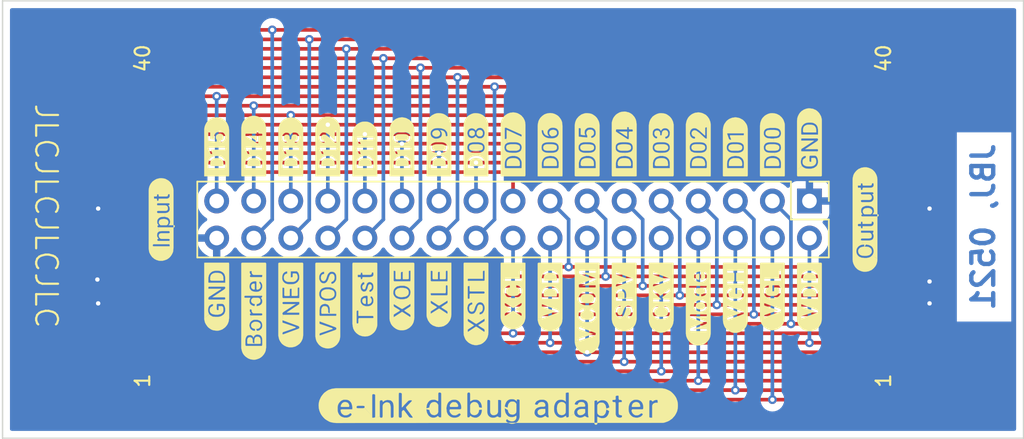
<source format=kicad_pcb>
(kicad_pcb (version 20210228) (generator pcbnew)
  (layers (0 "F.Cu" signal) (31 "B.Cu" signal) (34 "B.Paste" user) (35 "F.Paste" user) (36 "B.SilkS" user "B.Silkscreen") (37 "F.SilkS" user "F.Silkscreen") (38 "B.Mask" user) (39 "F.Mask" user) (44 "Edge.Cuts" user))
  (net 0 "")
  (net 1 "/Border")
  (net 3 "/VNEG")
  (net 5 "/VPOS")
  (net 7 "/Test")
  (net 8 "/XOE")
  (net 9 "/XLE")
  (net 10 "/XSTL")
  (net 11 "/SDDO15")
  (net 12 "/SDDO14")
  (net 13 "/SDDO13")
  (net 14 "/SDDO12")
  (net 15 "/SDDO11")
  (net 16 "/SDDO10")
  (net 17 "/SDDO9")
  (net 18 "/SDDO8")
  (net 19 "GND")
  (net 20 "/SDDO7")
  (net 21 "/SDDO6")
  (net 22 "/SDDO5")
  (net 23 "/SDDO4")
  (net 24 "/SDDO3")
  (net 25 "/SDDO2")
  (net 26 "/SDDO1")
  (net 27 "/SDDO0")
  (net 28 "/XCL")
  (net 29 "/VDD")
  (net 30 "/VCOM")
  (net 31 "/SPV")
  (net 32 "/CKV")
  (net 34 "/Mode")
  (net 36 "/VGH")
  (net 41 "/VGL")
  (footprint "buzzardLabel" (layer "F.Cu") (at 135.825 142 90)
    (fp_text reference "" (at 0 0 90) (layer "F.SilkS") (effects (font (size 1.27 1.27))))
    (fp_text value "" (at 0 0 90) (layer "F.SilkS") (effects (font (size 1.27 1.27))))
  )
  (footprint "buzzardLabel" (layer "F.Cu") (at 119.315 139.46 90)
    (fp_text reference "" (at 0 0 90) (layer "F.SilkS") (effects (font (size 1.27 1.27))))
    (fp_text value "" (at 0 0 90) (layer "F.SilkS") (effects (font (size 1.27 1.27))))
  )
  (footprint "buzzardLabel" (layer "F.Cu") (at 114.235 139.46 90)
    (fp_text reference "" (at 0 0 90) (layer "F.SilkS") (effects (font (size 1.27 1.27))))
    (fp_text value "" (at 0 0 90) (layer "F.SilkS") (effects (font (size 1.27 1.27))))
  )
  (footprint "buzzardLabel" (layer "F.Cu") (at 101.535 144.54 90)
    (fp_text reference "" (at 0 0 90) (layer "F.SilkS") (effects (font (size 1.27 1.27))))
    (fp_text value "" (at 0 0 90) (layer "F.SilkS") (effects (font (size 1.27 1.27))))
  )
  (footprint "buzzardLabel" (layer "F.Cu") (at 129.475 144.54 90)
    (fp_text reference "" (at 0 0 90) (layer "F.SilkS") (effects (font (size 1.27 1.27))))
    (fp_text value "" (at 0 0 90) (layer "F.SilkS") (effects (font (size 1.27 1.27))))
  )
  (footprint "buzzardLabel" (layer "F.Cu") (at 129.475 139.46 90)
    (fp_text reference "" (at 0 0 90) (layer "F.SilkS") (effects (font (size 1.27 1.27))))
    (fp_text value "" (at 0 0 90) (layer "F.SilkS") (effects (font (size 1.27 1.27))))
  )
  (footprint "buzzardLabel" (layer "F.Cu") (at 98.995 144.54 90)
    (fp_text reference "" (at 0 0 90) (layer "F.SilkS") (effects (font (size 1.27 1.27))))
    (fp_text value "" (at 0 0 90) (layer "F.SilkS") (effects (font (size 1.27 1.27))))
  )
  (footprint "buzzardLabel" (layer "F.Cu") (at 126.935 139.46 90)
    (fp_text reference "" (at 0 0 90) (layer "F.SilkS") (effects (font (size 1.27 1.27))))
    (fp_text value "" (at 0 0 90) (layer "F.SilkS") (effects (font (size 1.27 1.27))))
  )
  (footprint "buzzardLabel" (layer "F.Cu") (at 110.685 154.76)
    (fp_text reference "" (at 0 0) (layer "F.SilkS") (effects (font (size 1.27 1.27))))
    (fp_text value "" (at 0 0) (layer "F.SilkS") (effects (font (size 1.27 1.27))))
  )
  (footprint "buzzardLabel" (layer "F.Cu") (at 111.695 144.54 90)
    (fp_text reference "" (at 0 0 90) (layer "F.SilkS") (effects (font (size 1.27 1.27))))
    (fp_text value "" (at 0 0 90) (layer "F.SilkS") (effects (font (size 1.27 1.27))))
  )
  (footprint "buzzardLabel" (layer "F.Cu") (at 124.395 144.54 90)
    (fp_text reference "" (at 0 0 90) (layer "F.SilkS") (effects (font (size 1.27 1.27))))
    (fp_text value "" (at 0 0 90) (layer "F.SilkS") (effects (font (size 1.27 1.27))))
  )
  (footprint "buzzardLabel" (layer "F.Cu") (at 93.915 144.54 90)
    (fp_text reference "" (at 0 0 90) (layer "F.SilkS") (effects (font (size 1.27 1.27))))
    (fp_text value "" (at 0 0 90) (layer "F.SilkS") (effects (font (size 1.27 1.27))))
  )
  (footprint "buzzardLabel" (layer "F.Cu") (at 109.155 144.54 90)
    (fp_text reference "" (at 0 0 90) (layer "F.SilkS") (effects (font (size 1.27 1.27))))
    (fp_text value "" (at 0 0 90) (layer "F.SilkS") (effects (font (size 1.27 1.27))))
  )
  (footprint "jbj-conn:AMPHENOL-F31L-1A7H1-11040" (layer "F.Cu") (at 139.015 142 90)
    (fp_text reference "J2" hide)
    (fp_text value "Conn_01x40")
    (pad "1" smd roundrect (at -9.75 0 90) (size 0.3 1.3) (layers "F.Cu" "F.Paste" "F.Mask") (roundrect_rratio 0.066) (net 41 "/VGL"))
    (pad "2" smd roundrect (at -9.25 0 90) (size 0.3 1.3) (layers "F.Cu" "F.Paste" "F.Mask") (roundrect_rratio 0.066))
    (pad "3" smd roundrect (at -8.75 0 90) (size 0.3 1.3) (layers "F.Cu" "F.Paste" "F.Mask") (roundrect_rratio 0.066) (net 36 "/VGH"))
    (pad "4" smd roundrect (at -8.25 0 90) (size 0.3 1.3) (layers "F.Cu" "F.Paste" "F.Mask") (roundrect_rratio 0.066))
    (pad "5" smd roundrect (at -7.75 0 90) (size 0.3 1.3) (layers "F.Cu" "F.Paste" "F.Mask") (roundrect_rratio 0.066) (net 29 "/VDD"))
    (pad "6" smd roundrect (at -7.25 0 90) (size 0.3 1.3) (layers "F.Cu" "F.Paste" "F.Mask") (roundrect_rratio 0.066) (net 34 "/Mode"))
    (pad "7" smd roundrect (at -6.75 0 90) (size 0.3 1.3) (layers "F.Cu" "F.Paste" "F.Mask") (roundrect_rratio 0.066) (net 32 "/CKV"))
    (pad "8" smd roundrect (at -6.25 0 90) (size 0.3 1.3) (layers "F.Cu" "F.Paste" "F.Mask") (roundrect_rratio 0.066) (net 31 "/SPV"))
    (pad "9" smd roundrect (at -5.75 0 90) (size 0.3 1.3) (layers "F.Cu" "F.Paste" "F.Mask") (roundrect_rratio 0.066) (net 19 "GND"))
    (pad "10" smd roundrect (at -5.25 0 90) (size 0.3 1.3) (layers "F.Cu" "F.Paste" "F.Mask") (roundrect_rratio 0.066) (net 30 "/VCOM"))
    (pad "11" smd roundrect (at -4.75 0 90) (size 0.3 1.3) (layers "F.Cu" "F.Paste" "F.Mask") (roundrect_rratio 0.066) (net 29 "/VDD"))
    (pad "12" smd roundrect (at -4.25 0 90) (size 0.3 1.3) (layers "F.Cu" "F.Paste" "F.Mask") (roundrect_rratio 0.066) (net 19 "GND"))
    (pad "13" smd roundrect (at -3.75 0 90) (size 0.3 1.3) (layers "F.Cu" "F.Paste" "F.Mask") (roundrect_rratio 0.066) (net 28 "/XCL"))
    (pad "14" smd roundrect (at -3.25 0 90) (size 0.3 1.3) (layers "F.Cu" "F.Paste" "F.Mask") (roundrect_rratio 0.066) (net 27 "/SDDO0"))
    (pad "15" smd roundrect (at -2.75 0 90) (size 0.3 1.3) (layers "F.Cu" "F.Paste" "F.Mask") (roundrect_rratio 0.066) (net 26 "/SDDO1"))
    (pad "16" smd roundrect (at -2.25 0 90) (size 0.3 1.3) (layers "F.Cu" "F.Paste" "F.Mask") (roundrect_rratio 0.066) (net 25 "/SDDO2"))
    (pad "17" smd roundrect (at -1.75 0 90) (size 0.3 1.3) (layers "F.Cu" "F.Paste" "F.Mask") (roundrect_rratio 0.066) (net 24 "/SDDO3"))
    (pad "18" smd roundrect (at -1.25 0 90) (size 0.3 1.3) (layers "F.Cu" "F.Paste" "F.Mask") (roundrect_rratio 0.066) (net 23 "/SDDO4"))
    (pad "19" smd roundrect (at -0.75 0 90) (size 0.3 1.3) (layers "F.Cu" "F.Paste" "F.Mask") (roundrect_rratio 0.066) (net 22 "/SDDO5"))
    (pad "20" smd roundrect (at -0.25 0 90) (size 0.3 1.3) (layers "F.Cu" "F.Paste" "F.Mask") (roundrect_rratio 0.066) (net 21 "/SDDO6"))
    (pad "21" smd roundrect (at 0.25 0 90) (size 0.3 1.3) (layers "F.Cu" "F.Paste" "F.Mask") (roundrect_rratio 0.066) (net 20 "/SDDO7"))
    (pad "22" smd roundrect (at 0.75 0 90) (size 0.3 1.3) (layers "F.Cu" "F.Paste" "F.Mask") (roundrect_rratio 0.066) (net 19 "GND"))
    (pad "23" smd roundrect (at 1.25 0 90) (size 0.3 1.3) (layers "F.Cu" "F.Paste" "F.Mask") (roundrect_rratio 0.066) (net 18 "/SDDO8"))
    (pad "24" smd roundrect (at 1.75 0 90) (size 0.3 1.3) (layers "F.Cu" "F.Paste" "F.Mask") (roundrect_rratio 0.066) (net 17 "/SDDO9"))
    (pad "25" smd roundrect (at 2.25 0 90) (size 0.3 1.3) (layers "F.Cu" "F.Paste" "F.Mask") (roundrect_rratio 0.066) (net 16 "/SDDO10"))
    (pad "26" smd roundrect (at 2.75 0 90) (size 0.3 1.3) (layers "F.Cu" "F.Paste" "F.Mask") (roundrect_rratio 0.066) (net 15 "/SDDO11"))
    (pad "27" smd roundrect (at 3.25 0 90) (size 0.3 1.3) (layers "F.Cu" "F.Paste" "F.Mask") (roundrect_rratio 0.066) (net 14 "/SDDO12"))
    (pad "28" smd roundrect (at 3.75 0 90) (size 0.3 1.3) (layers "F.Cu" "F.Paste" "F.Mask") (roundrect_rratio 0.066) (net 13 "/SDDO13"))
    (pad "29" smd roundrect (at 4.25 0 90) (size 0.3 1.3) (layers "F.Cu" "F.Paste" "F.Mask") (roundrect_rratio 0.066) (net 12 "/SDDO14"))
    (pad "30" smd roundrect (at 4.75 0 90) (size 0.3 1.3) (layers "F.Cu" "F.Paste" "F.Mask") (roundrect_rratio 0.066) (net 11 "/SDDO15"))
    (pad "31" smd roundrect (at 5.25 0 90) (size 0.3 1.3) (layers "F.Cu" "F.Paste" "F.Mask") (roundrect_rratio 0.066) (net 10 "/XSTL"))
    (pad "32" smd roundrect (at 5.75 0 90) (size 0.3 1.3) (layers "F.Cu" "F.Paste" "F.Mask") (roundrect_rratio 0.066) (net 9 "/XLE"))
    (pad "33" smd roundrect (at 6.25 0 90) (size 0.3 1.3) (layers "F.Cu" "F.Paste" "F.Mask") (roundrect_rratio 0.066) (net 8 "/XOE"))
    (pad "34" smd roundrect (at 6.75 0 90) (size 0.3 1.3) (layers "F.Cu" "F.Paste" "F.Mask") (roundrect_rratio 0.066) (net 7 "/Test"))
    (pad "35" smd roundrect (at 7.25 0 90) (size 0.3 1.3) (layers "F.Cu" "F.Paste" "F.Mask") (roundrect_rratio 0.066))
    (pad "36" smd roundrect (at 7.75 0 90) (size 0.3 1.3) (layers "F.Cu" "F.Paste" "F.Mask") (roundrect_rratio 0.066) (net 5 "/VPOS"))
    (pad "37" smd roundrect (at 8.25 0 90) (size 0.3 1.3) (layers "F.Cu" "F.Paste" "F.Mask") (roundrect_rratio 0.066))
    (pad "38" smd roundrect (at 8.75 0 90) (size 0.3 1.3) (layers "F.Cu" "F.Paste" "F.Mask") (roundrect_rratio 0.066) (net 3 "/VNEG"))
    (pad "39" smd roundrect (at 9.25 0 90) (size 0.3 1.3) (layers "F.Cu" "F.Paste" "F.Mask") (roundrect_rratio 0.066))
    (pad "40" smd roundrect (at 9.75 0 90) (size 0.3 1.3) (layers "F.Cu" "F.Paste" "F.Mask") (roundrect_rratio 0.066) (net 1 "/Border"))
    (pad "MP" smd roundrect (at 11.9 5.65 90) (size 1.8 2.2) (layers "F.Cu" "F.Paste" "F.Mask") (roundrect_rratio 0.066))
    (pad "MP" smd roundrect (at -11.9 5.65 90) (size 1.8 2.2) (layers "F.Cu" "F.Paste" "F.Mask") (roundrect_rratio 0.066))
  )
  (footprint "buzzardLabel" (layer "F.Cu") (at 104.075 144.54 90)
    (fp_text reference "" (at 0 0 90) (layer "F.SilkS") (effects (font (size 1.27 1.27))))
    (fp_text value "" (at 0 0 90) (layer "F.SilkS") (effects (font (size 1.27 1.27))))
  )
  (footprint "buzzardLabel" (layer "F.Cu") (at 87.565 142 90)
    (fp_text reference "" (at 0 0 90) (layer "F.SilkS") (effects (font (size 1.27 1.27))))
    (fp_text value "" (at 0 0 90) (layer "F.SilkS") (effects (font (size 1.27 1.27))))
  )
  (footprint "buzzardLabel" (layer "F.Cu") (at 93.915 139.46 90)
    (fp_text reference "" (at 0 0 90) (layer "F.SilkS") (effects (font (size 1.27 1.27))))
    (fp_text value "" (at 0 0 90) (layer "F.SilkS") (effects (font (size 1.27 1.27))))
  )
  (footprint "buzzardLabel" (layer "F.Cu") (at 121.855 144.54 90)
    (fp_text reference "" (at 0 0 90) (layer "F.SilkS") (effects (font (size 1.27 1.27))))
    (fp_text value "" (at 0 0 90) (layer "F.SilkS") (effects (font (size 1.27 1.27))))
  )
  (footprint "buzzardLabel" (layer "F.Cu") (at 106.615 144.54 90)
    (fp_text reference "" (at 0 0 90) (layer "F.SilkS") (effects (font (size 1.27 1.27))))
    (fp_text value "" (at 0 0 90) (layer "F.SilkS") (effects (font (size 1.27 1.27))))
  )
  (footprint "buzzardLabel" (layer "F.Cu") (at 91.375 139.46 90)
    (fp_text reference "" (at 0 0 90) (layer "F.SilkS") (effects (font (size 1.27 1.27))))
    (fp_text value "" (at 0 0 90) (layer "F.SilkS") (effects (font (size 1.27 1.27))))
  )
  (footprint "buzzardLabel" (layer "F.Cu") (at 114.235 144.54 90)
    (fp_text reference "" (at 0 0 90) (layer "F.SilkS") (effects (font (size 1.27 1.27))))
    (fp_text value "" (at 0 0 90) (layer "F.SilkS") (effects (font (size 1.27 1.27))))
  )
  (footprint "buzzardLabel" (layer "F.Cu") (at 96.455 144.54 90)
    (fp_text reference "" (at 0 0 90) (layer "F.SilkS") (effects (font (size 1.27 1.27))))
    (fp_text value "" (at 0 0 90) (layer "F.SilkS") (effects (font (size 1.27 1.27))))
  )
  (footprint "buzzardLabel" (layer "F.Cu") (at 106.615 139.46 90)
    (fp_text reference "" (at 0 0 90) (layer "F.SilkS") (effects (font (size 1.27 1.27))))
    (fp_text value "" (at 0 0 90) (layer "F.SilkS") (effects (font (size 1.27 1.27))))
  )
  (footprint "buzzardLabel" (layer "F.Cu") (at 119.315 144.545 90)
    (fp_text reference "" (at 0 0 90) (layer "F.SilkS") (effects (font (size 1.27 1.27))))
    (fp_text value "" (at 0 0 90) (layer "F.SilkS") (effects (font (size 1.27 1.27))))
  )
  (footprint "buzzardLabel" (layer "F.Cu") (at 101.535 139.46 90)
    (fp_text reference "" (at 0 0 90) (layer "F.SilkS") (effects (font (size 1.27 1.27))))
    (fp_text value "" (at 0 0 90) (layer "F.SilkS") (effects (font (size 1.27 1.27))))
  )
  (footprint "buzzardLabel" (layer "F.Cu") (at 116.775 144.54 90)
    (fp_text reference "" (at 0 0 90) (layer "F.SilkS") (effects (font (size 1.27 1.27))))
    (fp_text value "" (at 0 0 90) (layer "F.SilkS") (effects (font (size 1.27 1.27))))
  )
  (footprint "buzzardLabel" (layer "F.Cu") (at 111.695 139.46 90)
    (fp_text reference "" (at 0 0 90) (layer "F.SilkS") (effects (font (size 1.27 1.27))))
    (fp_text value "" (at 0 0 90) (layer "F.SilkS") (effects (font (size 1.27 1.27))))
  )
  (footprint "buzzardLabel" (layer "F.Cu") (at 104.075 139.46 90)
    (fp_text reference "" (at 0 0 90) (layer "F.SilkS") (effects (font (size 1.27 1.27))))
    (fp_text value "" (at 0 0 90) (layer "F.SilkS") (effects (font (size 1.27 1.27))))
  )
  (footprint "buzzardLabel" (layer "F.Cu") (at 116.775 139.46 90)
    (fp_text reference "" (at 0 0 90) (layer "F.SilkS") (effects (font (size 1.27 1.27))))
    (fp_text value "" (at 0 0 90) (layer "F.SilkS") (effects (font (size 1.27 1.27))))
  )
  (footprint "buzzardLabel" (layer "F.Cu") (at 98.995 139.46 90)
    (fp_text reference "" (at 0 0 90) (layer "F.SilkS") (effects (font (size 1.27 1.27))))
    (fp_text value "" (at 0 0 90) (layer "F.SilkS") (effects (font (size 1.27 1.27))))
  )
  (footprint "buzzardLabel" (layer "F.Cu") (at 91.375 144.54 90)
    (fp_text reference "" (at 0 0 90) (layer "F.SilkS") (effects (font (size 1.27 1.27))))
    (fp_text value "" (at 0 0 90) (layer "F.SilkS") (effects (font (size 1.27 1.27))))
  )
  (footprint "jbj-conn:AMPHENOL-F31L-1A7H1-11040" (layer "F.Cu") (at 84.375 142 -90)
    (fp_text reference "J1" hide)
    (fp_text value "Conn_01x40")
    (pad "1" smd roundrect (at -9.75 0 270) (size 0.3 1.3) (layers "F.Cu" "F.Paste" "F.Mask") (roundrect_rratio 0.066) (net 1 "/Border"))
    (pad "2" smd roundrect (at -9.25 0 270) (size 0.3 1.3) (layers "F.Cu" "F.Paste" "F.Mask") (roundrect_rratio 0.066))
    (pad "3" smd roundrect (at -8.75 0 270) (size 0.3 1.3) (layers "F.Cu" "F.Paste" "F.Mask") (roundrect_rratio 0.066) (net 3 "/VNEG"))
    (pad "4" smd roundrect (at -8.25 0 270) (size 0.3 1.3) (layers "F.Cu" "F.Paste" "F.Mask") (roundrect_rratio 0.066))
    (pad "5" smd roundrect (at -7.75 0 270) (size 0.3 1.3) (layers "F.Cu" "F.Paste" "F.Mask") (roundrect_rratio 0.066) (net 5 "/VPOS"))
    (pad "6" smd roundrect (at -7.25 0 270) (size 0.3 1.3) (layers "F.Cu" "F.Paste" "F.Mask") (roundrect_rratio 0.066))
    (pad "7" smd roundrect (at -6.75 0 270) (size 0.3 1.3) (layers "F.Cu" "F.Paste" "F.Mask") (roundrect_rratio 0.066) (net 7 "/Test"))
    (pad "8" smd roundrect (at -6.25 0 270) (size 0.3 1.3) (layers "F.Cu" "F.Paste" "F.Mask") (roundrect_rratio 0.066) (net 8 "/XOE"))
    (pad "9" smd roundrect (at -5.75 0 270) (size 0.3 1.3) (layers "F.Cu" "F.Paste" "F.Mask") (roundrect_rratio 0.066) (net 9 "/XLE"))
    (pad "10" smd roundrect (at -5.25 0 270) (size 0.3 1.3) (layers "F.Cu" "F.Paste" "F.Mask") (roundrect_rratio 0.066) (net 10 "/XSTL"))
    (pad "11" smd roundrect (at -4.75 0 270) (size 0.3 1.3) (layers "F.Cu" "F.Paste" "F.Mask") (roundrect_rratio 0.066) (net 11 "/SDDO15"))
    (pad "12" smd roundrect (at -4.25 0 270) (size 0.3 1.3) (layers "F.Cu" "F.Paste" "F.Mask") (roundrect_rratio 0.066) (net 12 "/SDDO14"))
    (pad "13" smd roundrect (at -3.75 0 270) (size 0.3 1.3) (layers "F.Cu" "F.Paste" "F.Mask") (roundrect_rratio 0.066) (net 13 "/SDDO13"))
    (pad "14" smd roundrect (at -3.25 0 270) (size 0.3 1.3) (layers "F.Cu" "F.Paste" "F.Mask") (roundrect_rratio 0.066) (net 14 "/SDDO12"))
    (pad "15" smd roundrect (at -2.75 0 270) (size 0.3 1.3) (layers "F.Cu" "F.Paste" "F.Mask") (roundrect_rratio 0.066) (net 15 "/SDDO11"))
    (pad "16" smd roundrect (at -2.25 0 270) (size 0.3 1.3) (layers "F.Cu" "F.Paste" "F.Mask") (roundrect_rratio 0.066) (net 16 "/SDDO10"))
    (pad "17" smd roundrect (at -1.75 0 270) (size 0.3 1.3) (layers "F.Cu" "F.Paste" "F.Mask") (roundrect_rratio 0.066) (net 17 "/SDDO9"))
    (pad "18" smd roundrect (at -1.25 0 270) (size 0.3 1.3) (layers "F.Cu" "F.Paste" "F.Mask") (roundrect_rratio 0.066) (net 18 "/SDDO8"))
    (pad "19" smd roundrect (at -0.75 0 270) (size 0.3 1.3) (layers "F.Cu" "F.Paste" "F.Mask") (roundrect_rratio 0.066) (net 19 "GND"))
    (pad "20" smd roundrect (at -0.25 0 270) (size 0.3 1.3) (layers "F.Cu" "F.Paste" "F.Mask") (roundrect_rratio 0.066) (net 20 "/SDDO7"))
    (pad "21" smd roundrect (at 0.25 0 270) (size 0.3 1.3) (layers "F.Cu" "F.Paste" "F.Mask") (roundrect_rratio 0.066) (net 21 "/SDDO6"))
    (pad "22" smd roundrect (at 0.75 0 270) (size 0.3 1.3) (layers "F.Cu" "F.Paste" "F.Mask") (roundrect_rratio 0.066) (net 22 "/SDDO5"))
    (pad "23" smd roundrect (at 1.25 0 270) (size 0.3 1.3) (layers "F.Cu" "F.Paste" "F.Mask") (roundrect_rratio 0.066) (net 23 "/SDDO4"))
    (pad "24" smd roundrect (at 1.75 0 270) (size 0.3 1.3) (layers "F.Cu" "F.Paste" "F.Mask") (roundrect_rratio 0.066) (net 24 "/SDDO3"))
    (pad "25" smd roundrect (at 2.25 0 270) (size 0.3 1.3) (layers "F.Cu" "F.Paste" "F.Mask") (roundrect_rratio 0.066) (net 25 "/SDDO2"))
    (pad "26" smd roundrect (at 2.75 0 270) (size 0.3 1.3) (layers "F.Cu" "F.Paste" "F.Mask") (roundrect_rratio 0.066) (net 26 "/SDDO1"))
    (pad "27" smd roundrect (at 3.25 0 270) (size 0.3 1.3) (layers "F.Cu" "F.Paste" "F.Mask") (roundrect_rratio 0.066) (net 27 "/SDDO0"))
    (pad "28" smd roundrect (at 3.75 0 270) (size 0.3 1.3) (layers "F.Cu" "F.Paste" "F.Mask") (roundrect_rratio 0.066) (net 28 "/XCL"))
    (pad "29" smd roundrect (at 4.25 0 270) (size 0.3 1.3) (layers "F.Cu" "F.Paste" "F.Mask") (roundrect_rratio 0.066) (net 19 "GND"))
    (pad "30" smd roundrect (at 4.75 0 270) (size 0.3 1.3) (layers "F.Cu" "F.Paste" "F.Mask") (roundrect_rratio 0.066) (net 29 "/VDD"))
    (pad "31" smd roundrect (at 5.25 0 270) (size 0.3 1.3) (layers "F.Cu" "F.Paste" "F.Mask") (roundrect_rratio 0.066) (net 30 "/VCOM"))
    (pad "32" smd roundrect (at 5.75 0 270) (size 0.3 1.3) (layers "F.Cu" "F.Paste" "F.Mask") (roundrect_rratio 0.066) (net 19 "GND"))
    (pad "33" smd roundrect (at 6.25 0 270) (size 0.3 1.3) (layers "F.Cu" "F.Paste" "F.Mask") (roundrect_rratio 0.066) (net 31 "/SPV"))
    (pad "34" smd roundrect (at 6.75 0 270) (size 0.3 1.3) (layers "F.Cu" "F.Paste" "F.Mask") (roundrect_rratio 0.066) (net 32 "/CKV"))
    (pad "35" smd roundrect (at 7.25 0 270) (size 0.3 1.3) (layers "F.Cu" "F.Paste" "F.Mask") (roundrect_rratio 0.066) (net 34 "/Mode"))
    (pad "36" smd roundrect (at 7.75 0 270) (size 0.3 1.3) (layers "F.Cu" "F.Paste" "F.Mask") (roundrect_rratio 0.066) (net 29 "/VDD"))
    (pad "37" smd roundrect (at 8.25 0 270) (size 0.3 1.3) (layers "F.Cu" "F.Paste" "F.Mask") (roundrect_rratio 0.066))
    (pad "38" smd roundrect (at 8.75 0 270) (size 0.3 1.3) (layers "F.Cu" "F.Paste" "F.Mask") (roundrect_rratio 0.066) (net 36 "/VGH"))
    (pad "39" smd roundrect (at 9.25 0 270) (size 0.3 1.3) (layers "F.Cu" "F.Paste" "F.Mask") (roundrect_rratio 0.066))
    (pad "40" smd roundrect (at 9.75 0 270) (size 0.3 1.3) (layers "F.Cu" "F.Paste" "F.Mask") (roundrect_rratio 0.066) (net 41 "/VGL"))
    (pad "MP" smd roundrect (at -11.9 5.65 270) (size 1.8 2.2) (layers "F.Cu" "F.Paste" "F.Mask") (roundrect_rratio 0.066))
    (pad "MP" smd roundrect (at 11.9 5.65 270) (size 1.8 2.2) (layers "F.Cu" "F.Paste" "F.Mask") (roundrect_rratio 0.066))
  )
  (footprint "buzzardLabel" (layer "F.Cu") (at 124.395 139.46 90)
    (fp_text reference "" (at 0 0 90) (layer "F.SilkS") (effects (font (size 1.27 1.27))))
    (fp_text value "" (at 0 0 90) (layer "F.SilkS") (effects (font (size 1.27 1.27))))
  )
  (footprint "buzzardLabel" (layer "F.Cu") (at 126.935 144.54 90)
    (fp_text reference "" (at 0 0 90) (layer "F.SilkS") (effects (font (size 1.27 1.27))))
    (fp_text value "" (at 0 0 90) (layer "F.SilkS") (effects (font (size 1.27 1.27))))
  )
  (footprint "buzzardLabel" (layer "F.Cu") (at 109.155 139.46 90)
    (fp_text reference "" (at 0 0 90) (layer "F.SilkS") (effects (font (size 1.27 1.27))))
    (fp_text value "" (at 0 0 90) (layer "F.SilkS") (effects (font (size 1.27 1.27))))
  )
  (footprint "buzzardLabel" (layer "F.Cu") (at 96.455 139.46 90)
    (fp_text reference "" (at 0 0 90) (layer "F.SilkS") (effects (font (size 1.27 1.27))))
    (fp_text value "" (at 0 0 90) (layer "F.SilkS") (effects (font (size 1.27 1.27))))
  )
  (footprint "Connector_PinHeader_2.54mm:PinHeader_2x17_P2.54mm_Vertical" (layer "F.Cu") (at 132.015 140.73 -90)
    (fp_text reference "J4" hide)
    (fp_text value "Conn_01x34")
    (pad "1" thru_hole rect (at 0 0 270) (size 1.7 1.7) (drill 1) (layers *.Cu *.Mask) (net 19 "GND"))
    (pad "2" thru_hole oval (at 2.54 0 270) (size 1.7 1.7) (drill 1) (layers *.Cu *.Mask) (net 29 "/VDD"))
    (pad "3" thru_hole oval (at 0 2.54 270) (size 1.7 1.7) (drill 1) (layers *.Cu *.Mask) (net 27 "/SDDO0"))
    (pad "4" thru_hole oval (at 2.54 2.54 270) (size 1.7 1.7) (drill 1) (layers *.Cu *.Mask) (net 41 "/VGL"))
    (pad "5" thru_hole oval (at 0 5.08 270) (size 1.7 1.7) (drill 1) (layers *.Cu *.Mask) (net 26 "/SDDO1"))
    (pad "6" thru_hole oval (at 2.54 5.08 270) (size 1.7 1.7) (drill 1) (layers *.Cu *.Mask) (net 36 "/VGH"))
    (pad "7" thru_hole oval (at 0 7.62 270) (size 1.7 1.7) (drill 1) (layers *.Cu *.Mask) (net 25 "/SDDO2"))
    (pad "8" thru_hole oval (at 2.54 7.62 270) (size 1.7 1.7) (drill 1) (layers *.Cu *.Mask) (net 34 "/Mode"))
    (pad "9" thru_hole oval (at 0 10.16 270) (size 1.7 1.7) (drill 1) (layers *.Cu *.Mask) (net 24 "/SDDO3"))
    (pad "10" thru_hole oval (at 2.54 10.16 270) (size 1.7 1.7) (drill 1) (layers *.Cu *.Mask) (net 32 "/CKV"))
    (pad "11" thru_hole oval (at 0 12.7 270) (size 1.7 1.7) (drill 1) (layers *.Cu *.Mask) (net 23 "/SDDO4"))
    (pad "12" thru_hole oval (at 2.54 12.7 270) (size 1.7 1.7) (drill 1) (layers *.Cu *.Mask) (net 31 "/SPV"))
    (pad "13" thru_hole oval (at 0 15.24 270) (size 1.7 1.7) (drill 1) (layers *.Cu *.Mask) (net 22 "/SDDO5"))
    (pad "14" thru_hole oval (at 2.54 15.24 270) (size 1.7 1.7) (drill 1) (layers *.Cu *.Mask) (net 30 "/VCOM"))
    (pad "15" thru_hole oval (at 0 17.78 270) (size 1.7 1.7) (drill 1) (layers *.Cu *.Mask) (net 21 "/SDDO6"))
    (pad "16" thru_hole oval (at 2.54 17.78 270) (size 1.7 1.7) (drill 1) (layers *.Cu *.Mask) (net 29 "/VDD"))
    (pad "17" thru_hole oval (at 0 20.32 270) (size 1.7 1.7) (drill 1) (layers *.Cu *.Mask) (net 20 "/SDDO7"))
    (pad "18" thru_hole oval (at 2.54 20.32 270) (size 1.7 1.7) (drill 1) (layers *.Cu *.Mask) (net 28 "/XCL"))
    (pad "19" thru_hole oval (at 0 22.86 270) (size 1.7 1.7) (drill 1) (layers *.Cu *.Mask) (net 18 "/SDDO8"))
    (pad "20" thru_hole oval (at 2.54 22.86 270) (size 1.7 1.7) (drill 1) (layers *.Cu *.Mask) (net 10 "/XSTL"))
    (pad "21" thru_hole oval (at 0 25.4 270) (size 1.7 1.7) (drill 1) (layers *.Cu *.Mask) (net 17 "/SDDO9"))
    (pad "22" thru_hole oval (at 2.54 25.4 270) (size 1.7 1.7) (drill 1) (layers *.Cu *.Mask) (net 9 "/XLE"))
    (pad "23" thru_hole oval (at 0 27.94 270) (size 1.7 1.7) (drill 1) (layers *.Cu *.Mask) (net 16 "/SDDO10"))
    (pad "24" thru_hole oval (at 2.54 27.94 270) (size 1.7 1.7) (drill 1) (layers *.Cu *.Mask) (net 8 "/XOE"))
    (pad "25" thru_hole oval (at 0 30.48 270) (size 1.7 1.7) (drill 1) (layers *.Cu *.Mask) (net 15 "/SDDO11"))
    (pad "26" thru_hole oval (at 2.54 30.48 270) (size 1.7 1.7) (drill 1) (layers *.Cu *.Mask) (net 7 "/Test"))
    (pad "27" thru_hole oval (at 0 33.02 270) (size 1.7 1.7) (drill 1) (layers *.Cu *.Mask) (net 14 "/SDDO12"))
    (pad "28" thru_hole oval (at 2.54 33.02 270) (size 1.7 1.7) (drill 1) (layers *.Cu *.Mask) (net 5 "/VPOS"))
    (pad "29" thru_hole oval (at 0 35.56 270) (size 1.7 1.7) (drill 1) (layers *.Cu *.Mask) (net 13 "/SDDO13"))
    (pad "30" thru_hole oval (at 2.54 35.56 270) (size 1.7 1.7) (drill 1) (layers *.Cu *.Mask) (net 3 "/VNEG"))
    (pad "31" thru_hole oval (at 0 38.1 270) (size 1.7 1.7) (drill 1) (layers *.Cu *.Mask) (net 12 "/SDDO14"))
    (pad "32" thru_hole oval (at 2.54 38.1 270) (size 1.7 1.7) (drill 1) (layers *.Cu *.Mask) (net 1 "/Border"))
    (pad "33" thru_hole oval (at 0 40.64 270) (size 1.7 1.7) (drill 1) (layers *.Cu *.Mask) (net 11 "/SDDO15"))
    (pad "34" thru_hole oval (at 2.54 40.64 270) (size 1.7 1.7) (drill 1) (layers *.Cu *.Mask) (net 19 "GND"))
  )
  (footprint "buzzardLabel" (layer "F.Cu") (at 121.855 139.46 90)
    (fp_text reference "" (at 0 0 90) (layer "F.SilkS") (effects (font (size 1.27 1.27))))
    (fp_text value "" (at 0 0 90) (layer "F.SilkS") (effects (font (size 1.27 1.27))))
  )
  (footprint "buzzardLabel" (layer "F.Cu") (at 132.015 144.54 90)
    (fp_text reference "" (at 0 0 90) (layer "F.SilkS") (effects (font (size 1.27 1.27))))
    (fp_text value "" (at 0 0 90) (layer "F.SilkS") (effects (font (size 1.27 1.27))))
  )
  (footprint "buzzardLabel" (layer "F.Cu") (at 132.015 139.46 90)
    (fp_text reference "" (at 0 0 90) (layer "F.SilkS") (effects (font (size 1.27 1.27))))
    (fp_text value "" (at 0 0 90) (layer "F.SilkS") (effects (font (size 1.27 1.27))))
  )
  (gr_rect (start 146.695 127) (end 76.695 157) (layer "Edge.Cuts") (width 0.1) (fill none))
  (gr_text "JBJ, 0521" (at 143.935 142.51 90) (layer "B.Cu") (effects (font (size 1.5 1.5) (thickness 0.3)) (justify mirror)))
  (gr_text "40" (at 86.295 130.95 90) (layer "F.SilkS") (effects (font (size 1 1))))
  (gr_text "JLCJLCJLCJLC" (at 79.685 141.76 270) (layer "F.SilkS") (effects (font (size 1.5 1.5))))
  (gr_text "40" (at 137.095 130.95 90) (layer "F.SilkS") (effects (font (size 1 1))))
  (gr_text "1" (at 86.295 153.05 90) (layer "F.SilkS") (effects (font (size 1 1))))
  (gr_text "1" (at 137.095 153.05 90) (layer "F.SilkS") (effects (font (size 1 1))))
  (segment (start 139.015 132.25) (end 136.535 132.25) (width 0.25) (layer "F.Cu") (net 1))
  (segment (start 112.965 129) (end 111.695 129) (width 0.25) (layer "F.Cu") (net 1))
  (segment (start 133.285 129) (end 112.965 129) (width 0.25) (layer "F.Cu") (net 1))
  (segment (start 136.535 132.25) (end 133.285 129) (width 0.25) (layer "F.Cu") (net 1))
  (segment (start 84.375 132.25) (end 86.855 132.25) (width 0.25) (layer "F.Cu") (net 1))
  (segment (start 86.855 132.25) (end 90.105 129) (width 0.25) (layer "F.Cu") (net 1))
  (segment (start 112.965 129) (end 90.105 129) (width 0.25) (layer "F.Cu") (net 1))
  (via (at 95.185 129) (size 0.6) (drill 0.3) (layers "F.Cu" "B.Cu") (net 1))
  (segment (start 93.915 143.27) (end 95.185 142) (width 0.25) (layer "B.Cu") (net 1))
  (segment (start 95.185 142) (end 95.185 129) (width 0.25) (layer "B.Cu") (net 1))
  (segment (start 90.105 129.65) (end 133.285 129.65) (width 0.25) (layer "F.Cu") (net 3))
  (segment (start 86.505 133.25) (end 90.105 129.65) (width 0.25) (layer "F.Cu") (net 3))
  (segment (start 84.375 133.25) (end 86.505 133.25) (width 0.25) (layer "F.Cu") (net 3))
  (segment (start 136.885 133.25) (end 139.015 133.25) (width 0.25) (layer "F.Cu") (net 3))
  (segment (start 133.285 129.65) (end 136.885 133.25) (width 0.25) (layer "F.Cu") (net 3))
  (via (at 97.725 129.65) (size 0.6) (drill 0.3) (layers "F.Cu" "B.Cu") (net 3))
  (segment (start 96.455 143.27) (end 97.725 142) (width 0.25) (layer "B.Cu") (net 3))
  (segment (start 97.725 142) (end 97.725 129.65) (width 0.25) (layer "B.Cu") (net 3))
  (segment (start 137.235 134.25) (end 133.285 130.3) (width 0.25) (layer "F.Cu") (net 5))
  (segment (start 90.105 130.3) (end 86.155 134.25) (width 0.25) (layer "F.Cu") (net 5))
  (segment (start 86.155 134.25) (end 84.375 134.25) (width 0.25) (layer "F.Cu") (net 5))
  (segment (start 133.285 130.3) (end 90.105 130.3) (width 0.25) (layer "F.Cu") (net 5))
  (segment (start 139.015 134.25) (end 137.235 134.25) (width 0.25) (layer "F.Cu") (net 5))
  (via (at 100.265 130.3) (size 0.6) (drill 0.3) (layers "F.Cu" "B.Cu") (net 5))
  (segment (start 100.265 142) (end 100.265 130.3) (width 0.25) (layer "B.Cu") (net 5))
  (segment (start 98.995 143.27) (end 100.265 142) (width 0.25) (layer "B.Cu") (net 5))
  (segment (start 139.015 135.25) (end 137.585 135.25) (width 0.25) (layer "F.Cu") (net 7))
  (segment (start 133.285 130.95) (end 90.105 130.95) (width 0.25) (layer "F.Cu") (net 7))
  (segment (start 137.585 135.25) (end 133.285 130.95) (width 0.25) (layer "F.Cu") (net 7))
  (segment (start 85.805 135.25) (end 84.375 135.25) (width 0.25) (layer "F.Cu") (net 7))
  (segment (start 90.105 130.95) (end 85.805 135.25) (width 0.25) (layer "F.Cu") (net 7))
  (via (at 102.805 130.95) (size 0.6) (drill 0.3) (layers "F.Cu" "B.Cu") (net 7))
  (segment (start 102.805 142) (end 102.805 130.95) (width 0.25) (layer "B.Cu") (net 7))
  (segment (start 101.535 143.27) (end 102.805 142) (width 0.25) (layer "B.Cu") (net 7))
  (segment (start 137.435 135.75) (end 133.285 131.6) (width 0.25) (layer "F.Cu") (net 8))
  (segment (start 90.105 131.6) (end 110.425 131.6) (width 0.25) (layer "F.Cu") (net 8))
  (segment (start 85.955 135.75) (end 90.105 131.6) (width 0.25) (layer "F.Cu") (net 8))
  (segment (start 137.435 135.75) (end 139.015 135.75) (width 0.25) (layer "F.Cu") (net 8))
  (segment (start 84.375 135.75) (end 85.955 135.75) (width 0.25) (layer "F.Cu") (net 8))
  (segment (start 133.285 131.6) (end 110.425 131.6) (width 0.25) (layer "F.Cu") (net 8))
  (via (at 105.345 131.6) (size 0.6) (drill 0.3) (layers "F.Cu" "B.Cu") (net 8))
  (segment (start 105.345 142) (end 105.345 131.6) (width 0.25) (layer "B.Cu") (net 8))
  (segment (start 104.075 143.27) (end 105.345 142) (width 0.25) (layer "B.Cu") (net 8))
  (segment (start 139.015 136.25) (end 137.285 136.25) (width 0.25) (layer "F.Cu") (net 9))
  (segment (start 84.375 136.25) (end 86.105 136.25) (width 0.25) (layer "F.Cu") (net 9))
  (segment (start 137.285 136.25) (end 133.285 132.25) (width 0.25) (layer "F.Cu") (net 9))
  (segment (start 90.105 132.25) (end 100.265 132.25) (width 0.25) (layer "F.Cu") (net 9))
  (segment (start 111.695 132.25) (end 100.265 132.25) (width 0.25) (layer "F.Cu") (net 9))
  (segment (start 133.285 132.25) (end 100.265 132.25) (width 0.25) (layer "F.Cu") (net 9))
  (segment (start 86.105 136.25) (end 90.105 132.25) (width 0.25) (layer "F.Cu") (net 9))
  (via (at 107.885 132.25) (size 0.6) (drill 0.3) (layers "F.Cu" "B.Cu") (net 9))
  (segment (start 107.885 142) (end 107.885 132.25) (width 0.25) (layer "B.Cu") (net 9))
  (segment (start 106.615 143.27) (end 107.885 142) (width 0.25) (layer "B.Cu") (net 9))
  (segment (start 95.185 132.9) (end 133.285 132.9) (width 0.25) (layer "F.Cu") (net 10))
  (segment (start 84.375 136.75) (end 86.255 136.75) (width 0.25) (layer "F.Cu") (net 10))
  (segment (start 137.135 136.75) (end 139.015 136.75) (width 0.25) (layer "F.Cu") (net 10))
  (segment (start 86.255 136.75) (end 90.105 132.9) (width 0.25) (layer "F.Cu") (net 10))
  (segment (start 90.105 132.9) (end 95.185 132.9) (width 0.25) (layer "F.Cu") (net 10))
  (segment (start 137.135 136.75) (end 133.285 132.9) (width 0.25) (layer "F.Cu") (net 10))
  (segment (start 95.185 132.9) (end 110.425 132.9) (width 0.25) (layer "F.Cu") (net 10))
  (via (at 110.425 132.9) (size 0.6) (drill 0.3) (layers "F.Cu" "B.Cu") (net 10))
  (segment (start 109.155 143.27) (end 110.425 142) (width 0.25) (layer "B.Cu") (net 10))
  (segment (start 110.425 142) (end 110.425 132.9) (width 0.25) (layer "B.Cu") (net 10))
  (segment (start 86.405 137.25) (end 90.105 133.55) (width 0.25) (layer "F.Cu") (net 11))
  (segment (start 84.375 137.25) (end 86.405 137.25) (width 0.25) (layer "F.Cu") (net 11))
  (segment (start 136.985 137.25) (end 133.285 133.55) (width 0.25) (layer "F.Cu") (net 11))
  (segment (start 139.015 137.25) (end 136.985 137.25) (width 0.25) (layer "F.Cu") (net 11))
  (segment (start 133.285 133.55) (end 91.375 133.55) (width 0.25) (layer "F.Cu") (net 11))
  (segment (start 91.375 133.55) (end 90.105 133.55) (width 0.25) (layer "F.Cu") (net 11))
  (via (at 91.375 133.55) (size 0.6) (drill 0.3) (layers "F.Cu" "B.Cu") (net 11))
  (segment (start 91.375 140.73) (end 91.375 133.55) (width 0.25) (layer "B.Cu") (net 11))
  (segment (start 93.915 134.2) (end 90.105 134.2) (width 0.25) (layer "F.Cu") (net 12))
  (segment (start 133.285 134.2) (end 93.915 134.2) (width 0.25) (layer "F.Cu") (net 12))
  (segment (start 136.835 137.75) (end 133.285 134.2) (width 0.25) (layer "F.Cu") (net 12))
  (segment (start 84.375 137.75) (end 86.555 137.75) (width 0.25) (layer "F.Cu") (net 12))
  (segment (start 86.555 137.75) (end 90.105 134.2) (width 0.25) (layer "F.Cu") (net 12))
  (segment (start 136.835 137.75) (end 139.015 137.75) (width 0.25) (layer "F.Cu") (net 12))
  (via (at 93.915 134.2) (size 0.6) (drill 0.3) (layers "F.Cu" "B.Cu") (net 12))
  (segment (start 93.915 140.73) (end 93.915 134.2) (width 0.25) (layer "B.Cu") (net 12))
  (segment (start 133.285 134.85) (end 96.455 134.85) (width 0.25) (layer "F.Cu") (net 13))
  (segment (start 86.705 138.25) (end 90.105 134.85) (width 0.25) (layer "F.Cu") (net 13))
  (segment (start 96.455 134.85) (end 90.105 134.85) (width 0.25) (layer "F.Cu") (net 13))
  (segment (start 139.015 138.25) (end 136.685 138.25) (width 0.25) (layer "F.Cu") (net 13))
  (segment (start 84.375 138.25) (end 86.705 138.25) (width 0.25) (layer "F.Cu") (net 13))
  (segment (start 136.685 138.25) (end 133.285 134.85) (width 0.25) (layer "F.Cu") (net 13))
  (via (at 96.455 134.85) (size 0.6) (drill 0.3) (layers "F.Cu" "B.Cu") (net 13))
  (segment (start 96.455 140.73) (end 96.455 134.85) (width 0.25) (layer "B.Cu") (net 13))
  (segment (start 133.285 135.5) (end 98.995 135.5) (width 0.25) (layer "F.Cu") (net 14))
  (segment (start 86.855 138.75) (end 90.105 135.5) (width 0.25) (layer "F.Cu") (net 14))
  (segment (start 136.535 138.75) (end 133.285 135.5) (width 0.25) (layer "F.Cu") (net 14))
  (segment (start 98.995 135.5) (end 90.105 135.5) (width 0.25) (layer "F.Cu") (net 14))
  (segment (start 136.535 138.75) (end 139.015 138.75) (width 0.25) (layer "F.Cu") (net 14))
  (segment (start 84.375 138.75) (end 86.855 138.75) (width 0.25) (layer "F.Cu") (net 14))
  (via (at 98.995 135.5) (size 0.6) (drill 0.3) (layers "F.Cu" "B.Cu") (net 14))
  (segment (start 98.995 140.73) (end 98.995 135.5) (width 0.25) (layer "B.Cu") (net 14))
  (segment (start 133.285 136.15) (end 101.535 136.15) (width 0.25) (layer "F.Cu") (net 15))
  (segment (start 87.005 139.25) (end 90.105 136.15) (width 0.25) (layer "F.Cu") (net 15))
  (segment (start 139.015 139.25) (end 136.385 139.25) (width 0.25) (layer "F.Cu") (net 15))
  (segment (start 136.385 139.25) (end 133.285 136.15) (width 0.25) (layer "F.Cu") (net 15))
  (segment (start 90.105 136.15) (end 101.535 136.15) (width 0.25) (layer "F.Cu") (net 15))
  (segment (start 84.375 139.25) (end 87.005 139.25) (width 0.25) (layer "F.Cu") (net 15))
  (via (at 101.535 136.15) (size 0.6) (drill 0.3) (layers "F.Cu" "B.Cu") (net 15))
  (segment (start 101.535 140.73) (end 101.535 136.15) (width 0.25) (layer "B.Cu") (net 15))
  (segment (start 87.155 139.75) (end 90.105 136.8) (width 0.25) (layer "F.Cu") (net 16))
  (segment (start 136.235 139.75) (end 139.015 139.75) (width 0.25) (layer "F.Cu") (net 16))
  (segment (start 136.235 139.75) (end 133.285 136.8) (width 0.25) (layer "F.Cu") (net 16))
  (segment (start 84.375 139.75) (end 87.155 139.75) (width 0.25) (layer "F.Cu") (net 16))
  (segment (start 133.285 136.8) (end 104.075 136.8) (width 0.25) (layer "F.Cu") (net 16))
  (segment (start 104.075 136.8) (end 90.105 136.8) (width 0.25) (layer "F.Cu") (net 16))
  (via (at 104.075 136.8) (size 0.6) (drill 0.3) (layers "F.Cu" "B.Cu") (net 16))
  (segment (start 104.075 140.73) (end 104.075 136.8) (width 0.25) (layer "B.Cu") (net 16))
  (segment (start 133.285 137.45) (end 106.615 137.45) (width 0.25) (layer "F.Cu") (net 17))
  (segment (start 136.085 140.25) (end 133.285 137.45) (width 0.25) (layer "F.Cu") (net 17))
  (segment (start 84.375 140.25) (end 87.305 140.25) (width 0.25) (layer "F.Cu") (net 17))
  (segment (start 87.305 140.25) (end 90.105 137.45) (width 0.25) (layer "F.Cu") (net 17))
  (segment (start 90.105 137.45) (end 106.615 137.45) (width 0.25) (layer "F.Cu") (net 17))
  (segment (start 90.105 137.45) (end 93.915 137.45) (width 0.25) (layer "F.Cu") (net 17))
  (segment (start 139.015 140.25) (end 136.085 140.25) (width 0.25) (layer "F.Cu") (net 17))
  (via (at 106.615 137.45) (size 0.6) (drill 0.3) (layers "F.Cu" "B.Cu") (net 17))
  (segment (start 106.615 140.73) (end 106.615 137.45) (width 0.25) (layer "B.Cu") (net 17))
  (segment (start 106.615 138.1) (end 105.345 138.1) (width 0.25) (layer "F.Cu") (net 18))
  (segment (start 139.015 140.75) (end 135.935 140.75) (width 0.25) (layer "F.Cu") (net 18))
  (segment (start 87.455 140.75) (end 90.105 138.1) (width 0.25) (layer "F.Cu") (net 18))
  (segment (start 133.285 138.1) (end 109.155 138.1) (width 0.25) (layer "F.Cu") (net 18))
  (segment (start 106.615 138.1) (end 90.105 138.1) (width 0.25) (layer "F.Cu") (net 18))
  (segment (start 135.935 140.75) (end 133.285 138.1) (width 0.25) (layer "F.Cu") (net 18))
  (segment (start 109.155 138.1) (end 106.615 138.1) (width 0.25) (layer "F.Cu") (net 18))
  (segment (start 84.375 140.75) (end 87.455 140.75) (width 0.25) (layer "F.Cu") (net 18))
  (via (at 109.155 138.1) (size 0.6) (drill 0.3) (layers "F.Cu" "B.Cu") (net 18))
  (segment (start 109.155 140.73) (end 109.155 138.1) (width 0.25) (layer "B.Cu") (net 18))
  (segment (start 84.375 146.25) (end 83.25 146.25) (width 0.25) (layer "F.Cu") (net 19))
  (segment (start 139.015 147.75) (end 140.25 147.75) (width 0.25) (layer "F.Cu") (net 19))
  (segment (start 139.015 146.25) (end 140.25 146.25) (width 0.25) (layer "F.Cu") (net 19))
  (segment (start 84.375 147.75) (end 83.25 147.75) (width 0.25) (layer "F.Cu") (net 19))
  (segment (start 139.015 141.25) (end 140.25 141.25) (width 0.25) (layer "F.Cu") (net 19))
  (segment (start 84.375 141.25) (end 83.25 141.25) (width 0.25) (layer "F.Cu") (net 19))
  (via (at 140.25 141.25) (size 0.6) (drill 0.3) (layers "F.Cu" "B.Cu") (net 19))
  (via (at 140.25 147.75) (size 0.6) (drill 0.3) (layers "F.Cu" "B.Cu") (net 19))
  (via (at 83.25 141.25) (size 0.6) (drill 0.3) (layers "F.Cu" "B.Cu") (net 19))
  (via (at 83.1962 146.1148) (size 0.6) (drill 0.3) (layers "F.Cu" "B.Cu") (net 19))
  (via (at 83.25 147.75) (size 0.6) (drill 0.3) (layers "F.Cu" "B.Cu") (net 19))
  (via (at 140.25 146.25) (size 0.6) (drill 0.3) (layers "F.Cu" "B.Cu") (net 19))
  (segment (start 111.695 138.75) (end 133.285 138.75) (width 0.25) (layer "F.Cu") (net 20))
  (segment (start 84.375 141.75) (end 87.105 141.75) (width 0.25) (layer "F.Cu") (net 20))
  (segment (start 111.695 138.75) (end 90.105 138.75) (width 0.25) (layer "F.Cu") (net 20))
  (segment (start 136.285 141.75) (end 139.015 141.75) (width 0.25) (layer "F.Cu") (net 20))
  (segment (start 111.695 140.73) (end 111.695 138.75) (width 0.25) (layer "F.Cu") (net 20))
  (segment (start 133.285 138.75) (end 136.285 141.75) (width 0.25) (layer "F.Cu") (net 20))
  (segment (start 87.105 141.75) (end 90.105 138.75) (width 0.25) (layer "F.Cu") (net 20))
  (segment (start 133.285 145.25) (end 115.505 145.25) (width 0.25) (layer "F.Cu") (net 21))
  (segment (start 90.105 145.25) (end 115.505 145.25) (width 0.25) (layer "F.Cu") (net 21))
  (segment (start 133.285 145.25) (end 136.285 142.25) (width 0.25) (layer "F.Cu") (net 21))
  (segment (start 87.105 142.25) (end 90.105 145.25) (width 0.25) (layer "F.Cu") (net 21))
  (segment (start 139.015 142.25) (end 136.285 142.25) (width 0.25) (layer "F.Cu") (net 21))
  (segment (start 84.375 142.25) (end 87.105 142.25) (width 0.25) (layer "F.Cu") (net 21))
  (via (at 115.505 145.25) (size 0.6) (drill 0.3) (layers "F.Cu" "B.Cu") (net 21))
  (segment (start 115.505 142) (end 115.505 145.25) (width 0.25) (layer "B.Cu") (net 21))
  (segment (start 114.235 140.73) (end 115.505 142) (width 0.25) (layer "B.Cu") (net 21))
  (segment (start 90.105 145.9) (end 118.045 145.9) (width 0.25) (layer "F.Cu") (net 22))
  (segment (start 86.955 142.75) (end 90.105 145.9) (width 0.25) (layer "F.Cu") (net 22))
  (segment (start 133.285 145.9) (end 118.045 145.9) (width 0.25) (layer "F.Cu") (net 22))
  (segment (start 84.375 142.75) (end 86.955 142.75) (width 0.25) (layer "F.Cu") (net 22))
  (segment (start 136.435 142.75) (end 133.285 145.9) (width 0.25) (layer "F.Cu") (net 22))
  (segment (start 136.435 142.75) (end 139.015 142.75) (width 0.25) (layer "F.Cu") (net 22))
  (via (at 118.045 145.9) (size 0.6) (drill 0.3) (layers "F.Cu" "B.Cu") (net 22))
  (segment (start 116.775 140.73) (end 118.045 142) (width 0.25) (layer "B.Cu") (net 22))
  (segment (start 118.045 142) (end 118.045 145.9) (width 0.25) (layer "B.Cu") (net 22))
  (segment (start 133.285 146.55) (end 120.585 146.55) (width 0.25) (layer "F.Cu") (net 23))
  (segment (start 139.015 143.25) (end 136.585 143.25) (width 0.25) (layer "F.Cu") (net 23))
  (segment (start 86.805 143.25) (end 90.105 146.55) (width 0.25) (layer "F.Cu") (net 23))
  (segment (start 90.105 146.55) (end 120.585 146.55) (width 0.25) (layer "F.Cu") (net 23))
  (segment (start 84.375 143.25) (end 86.805 143.25) (width 0.25) (layer "F.Cu") (net 23))
  (segment (start 136.585 143.25) (end 133.285 146.55) (width 0.25) (layer "F.Cu") (net 23))
  (via (at 120.585 146.55) (size 0.6) (drill 0.3) (layers "F.Cu" "B.Cu") (net 23))
  (segment (start 119.315 140.73) (end 120.585 142) (width 0.25) (layer "B.Cu") (net 23))
  (segment (start 120.585 142) (end 120.585 146.55) (width 0.25) (layer "B.Cu") (net 23))
  (segment (start 136.735 143.75) (end 133.285 147.2) (width 0.25) (layer "F.Cu") (net 24))
  (segment (start 86.655 143.75) (end 90.105 147.2) (width 0.25) (layer "F.Cu") (net 24))
  (segment (start 84.375 143.75) (end 86.655 143.75) (width 0.25) (layer "F.Cu") (net 24))
  (segment (start 136.735 143.75) (end 139.015 143.75) (width 0.25) (layer "F.Cu") (net 24))
  (segment (start 133.285 147.2) (end 123.125 147.2) (width 0.25) (layer "F.Cu") (net 24))
  (segment (start 90.105 147.2) (end 123.125 147.2) (width 0.25) (layer "F.Cu") (net 24))
  (via (at 123.125 147.2) (size 0.6) (drill 0.3) (layers "F.Cu" "B.Cu") (net 24))
  (segment (start 123.125 142) (end 123.125 147.2) (width 0.25) (layer "B.Cu") (net 24))
  (segment (start 121.855 140.73) (end 123.125 142) (width 0.25) (layer "B.Cu") (net 24))
  (segment (start 136.885 144.25) (end 133.285 147.85) (width 0.25) (layer "F.Cu") (net 25))
  (segment (start 139.015 144.25) (end 136.885 144.25) (width 0.25) (layer "F.Cu") (net 25))
  (segment (start 90.105 147.85) (end 125.665 147.85) (width 0.25) (layer "F.Cu") (net 25))
  (segment (start 133.285 147.85) (end 125.665 147.85) (width 0.25) (layer "F.Cu") (net 25))
  (segment (start 86.505 144.25) (end 90.105 147.85) (width 0.25) (layer "F.Cu") (net 25))
  (segment (start 84.375 144.25) (end 86.505 144.25) (width 0.25) (layer "F.Cu") (net 25))
  (via (at 125.665 147.85) (size 0.6) (drill 0.3) (layers "F.Cu" "B.Cu") (net 25))
  (segment (start 125.665 142) (end 125.665 147.85) (width 0.25) (layer "B.Cu") (net 25))
  (segment (start 124.395 140.73) (end 125.665 142) (width 0.25) (layer "B.Cu") (net 25))
  (segment (start 133.285 148.5) (end 128.205 148.5) (width 0.25) (layer "F.Cu") (net 26))
  (segment (start 86.355 144.75) (end 90.105 148.5) (width 0.25) (layer "F.Cu") (net 26))
  (segment (start 139.015 144.75) (end 137.035 144.75) (width 0.25) (layer "F.Cu") (net 26))
  (segment (start 137.035 144.75) (end 133.285 148.5) (width 0.25) (layer "F.Cu") (net 26))
  (segment (start 90.105 148.5) (end 128.205 148.5) (width 0.25) (layer "F.Cu") (net 26))
  (segment (start 84.375 144.75) (end 86.355 144.75) (width 0.25) (layer "F.Cu") (net 26))
  (via (at 128.205 148.5) (size 0.6) (drill 0.3) (layers "F.Cu" "B.Cu") (net 26))
  (segment (start 128.205 142) (end 128.205 148.5) (width 0.25) (layer "B.Cu") (net 26))
  (segment (start 126.935 140.73) (end 128.205 142) (width 0.25) (layer "B.Cu") (net 26))
  (segment (start 90.105 149.15) (end 130.745 149.15) (width 0.25) (layer "F.Cu") (net 27))
  (segment (start 84.375 145.25) (end 86.205 145.25) (width 0.25) (layer "F.Cu") (net 27))
  (segment (start 137.185 145.25) (end 133.285 149.15) (width 0.25) (layer "F.Cu") (net 27))
  (segment (start 133.285 149.15) (end 130.745 149.15) (width 0.25) (layer "F.Cu") (net 27))
  (segment (start 137.185 145.25) (end 139.015 145.25) (width 0.25) (layer "F.Cu") (net 27))
  (segment (start 86.205 145.25) (end 90.105 149.15) (width 0.25) (layer "F.Cu") (net 27))
  (via (at 130.745 149.15) (size 0.6) (drill 0.3) (layers "F.Cu" "B.Cu") (net 27))
  (segment (start 129.475 140.73) (end 130.745 142) (width 0.25) (layer "B.Cu") (net 27))
  (segment (start 130.745 142) (end 130.745 149.15) (width 0.25) (layer "B.Cu") (net 27))
  (segment (start 133.285 149.8) (end 137.335 145.75) (width 0.25) (layer "F.Cu") (net 28))
  (segment (start 86.055 145.75) (end 90.105 149.8) (width 0.25) (layer "F.Cu") (net 28))
  (segment (start 90.105 149.8) (end 133.285 149.8) (width 0.25) (layer "F.Cu") (net 28))
  (segment (start 84.375 145.75) (end 86.055 145.75) (width 0.25) (layer "F.Cu") (net 28))
  (segment (start 139.015 145.75) (end 137.335 145.75) (width 0.25) (layer "F.Cu") (net 28))
  (via (at 111.695 149.8) (size 0.6) (drill 0.3) (layers "F.Cu" "B.Cu") (net 28))
  (segment (start 111.695 143.27) (end 111.695 149.8) (width 0.25) (layer "B.Cu") (net 28))
  (segment (start 90.105 150.45) (end 133.285 150.45) (width 0.25) (layer "F.Cu") (net 29))
  (segment (start 84.375 149.75) (end 82.615 149.75) (width 0.25) (layer "F.Cu") (net 29))
  (segment (start 140.905 149.366) (end 140.521 149.75) (width 0.25) (layer "F.Cu") (net 29))
  (segment (start 82.615 149.75) (end 82.485 149.62) (width 0.25) (layer "F.Cu") (net 29))
  (segment (start 140.521 149.75) (end 139.015 149.75) (width 0.25) (layer "F.Cu") (net 29))
  (segment (start 82.485 149.62) (end 82.485 147.08) (width 0.25) (layer "F.Cu") (net 29))
  (segment (start 140.651 147.08) (end 140.905 147.334) (width 0.25) (layer "F.Cu") (net 29))
  (segment (start 84.375 146.75) (end 82.815 146.75) (width 0.25) (layer "F.Cu") (net 29))
  (segment (start 139.813 146.75) (end 140.143 147.08) (width 0.25) (layer "F.Cu") (net 29))
  (segment (start 86.405 146.75) (end 90.105 150.45) (width 0.25) (layer "F.Cu") (net 29))
  (segment (start 140.905 147.334) (end 140.905 149.366) (width 0.25) (layer "F.Cu") (net 29))
  (segment (start 140.143 147.08) (end 140.651 147.08) (width 0.25) (layer "F.Cu") (net 29))
  (segment (start 84.375 146.75) (end 86.405 146.75) (width 0.25) (layer "F.Cu") (net 29))
  (segment (start 139.015 146.75) (end 139.813 146.75) (width 0.25) (layer "F.Cu") (net 29))
  (segment (start 82.815 146.75) (end 82.485 147.08) (width 0.25) (layer "F.Cu") (net 29))
  (segment (start 139.015 146.75) (end 136.985 146.75) (width 0.25) (layer "F.Cu") (net 29))
  (segment (start 133.285 150.45) (end 136.985 146.75) (width 0.25) (layer "F.Cu") (net 29))
  (via (at 132.015 150.45) (size 0.6) (drill 0.3) (layers "F.Cu" "B.Cu") (net 29))
  (via (at 114.235 150.45) (size 0.6) (drill 0.3) (layers "F.Cu" "B.Cu") (net 29))
  (segment (start 132.015 143.27) (end 132.015 150.45) (width 0.25) (layer "B.Cu") (net 29))
  (segment (start 114.235 143.27) (end 114.235 149.15) (width 0.25) (layer "B.Cu") (net 29))
  (segment (start 114.235 149.15) (end 114.235 150.45) (width 0.25) (layer "B.Cu") (net 29))
  (segment (start 137.135 147.25) (end 139.015 147.25) (width 0.25) (layer "F.Cu") (net 30))
  (segment (start 90.105 151.1) (end 119.315 151.1) (width 0.25) (layer "F.Cu") (net 30))
  (segment (start 133.285 151.1) (end 119.315 151.1) (width 0.25) (layer "F.Cu") (net 30))
  (segment (start 86.255 147.25) (end 90.105 151.1) (width 0.25) (layer "F.Cu") (net 30))
  (segment (start 84.375 147.25) (end 86.255 147.25) (width 0.25) (layer "F.Cu") (net 30))
  (segment (start 137.135 147.25) (end 133.285 151.1) (width 0.25) (layer "F.Cu") (net 30))
  (via (at 116.775 151.1) (size 0.6) (drill 0.3) (layers "F.Cu" "B.Cu") (net 30))
  (segment (start 116.775 143.27) (end 116.775 150.45) (width 0.25) (layer "B.Cu") (net 30))
  (segment (start 116.775 150.45) (end 116.775 151.1) (width 0.25) (layer "B.Cu") (net 30))
  (segment (start 129.475 151.75) (end 90.105 151.75) (width 0.25) (layer "F.Cu") (net 31))
  (segment (start 129.475 151.75) (end 125.665 151.75) (width 0.25) (layer "F.Cu") (net 31))
  (segment (start 133.285 151.75) (end 129.475 151.75) (width 0.25) (layer "F.Cu") (net 31))
  (segment (start 139.015 148.25) (end 136.785 148.25) (width 0.25) (layer "F.Cu") (net 31))
  (segment (start 86.605 148.25) (end 90.105 151.75) (width 0.25) (layer "F.Cu") (net 31))
  (segment (start 84.375 148.25) (end 86.605 148.25) (width 0.25) (layer "F.Cu") (net 31))
  (segment (start 136.785 148.25) (end 133.285 151.75) (width 0.25) (layer "F.Cu") (net 31))
  (via (at 119.315 151.75) (size 0.6) (drill 0.3) (layers "F.Cu" "B.Cu") (net 31))
  (segment (start 119.315 143.27) (end 119.315 151.75) (width 0.25) (layer "B.Cu") (net 31))
  (segment (start 125.665 152.4) (end 90.105 152.4) (width 0.25) (layer "F.Cu") (net 32))
  (segment (start 86.455 148.75) (end 90.105 152.4) (width 0.25) (layer "F.Cu") (net 32))
  (segment (start 125.665 152.4) (end 124.395 152.4) (width 0.25) (layer "F.Cu") (net 32))
  (segment (start 133.285 152.4) (end 125.665 152.4) (width 0.25) (layer "F.Cu") (net 32))
  (segment (start 136.935 148.75) (end 133.285 152.4) (width 0.25) (layer "F.Cu") (net 32))
  (segment (start 136.935 148.75) (end 139.015 148.75) (width 0.25) (layer "F.Cu") (net 32))
  (segment (start 84.375 148.75) (end 86.455 148.75) (width 0.25) (layer "F.Cu") (net 32))
  (via (at 121.855 152.4) (size 0.6) (drill 0.3) (layers "F.Cu" "B.Cu") (net 32))
  (segment (start 121.855 143.27) (end 121.855 152.4) (width 0.25) (layer "B.Cu") (net 32))
  (segment (start 139.015 149.25) (end 137.085 149.25) (width 0.25) (layer "F.Cu") (net 34))
  (segment (start 84.375 149.25) (end 86.305 149.25) (width 0.25) (layer "F.Cu") (net 34))
  (segment (start 137.085 149.25) (end 133.285 153.05) (width 0.25) (layer "F.Cu") (net 34))
  (segment (start 86.305 149.25) (end 90.105 153.05) (width 0.25) (layer "F.Cu") (net 34))
  (segment (start 133.285 153.05) (end 124.395 153.05) (width 0.25) (layer "F.Cu") (net 34))
  (segment (start 124.395 153.05) (end 90.105 153.05) (width 0.25) (layer "F.Cu") (net 34))
  (via (at 124.395 153.05) (size 0.6) (drill 0.3) (layers "F.Cu" "B.Cu") (net 34))
  (segment (start 124.395 143.27) (end 124.395 153.05) (width 0.25) (layer "B.Cu") (net 34))
  (segment (start 126.935 153.7) (end 90.105 153.7) (width 0.25) (layer "F.Cu") (net 36))
  (segment (start 87.155 150.75) (end 90.105 153.7) (width 0.25) (layer "F.Cu") (net 36))
  (segment (start 136.235 150.75) (end 139.015 150.75) (width 0.25) (layer "F.Cu") (net 36))
  (segment (start 136.235 150.75) (end 133.285 153.7) (width 0.25) (layer "F.Cu") (net 36))
  (segment (start 126.935 153.7) (end 125.665 153.7) (width 0.25) (layer "F.Cu") (net 36))
  (segment (start 133.285 153.7) (end 126.935 153.7) (width 0.25) (layer "F.Cu") (net 36))
  (segment (start 84.375 150.75) (end 87.155 150.75) (width 0.25) (layer "F.Cu") (net 36))
  (via (at 126.935 153.7) (size 0.6) (drill 0.3) (layers "F.Cu" "B.Cu") (net 36))
  (segment (start 126.935 143.27) (end 126.935 153.7) (width 0.25) (layer "B.Cu") (net 36))
  (segment (start 109.155 154.35) (end 105.345 154.35) (width 0.25) (layer "F.Cu") (net 41))
  (segment (start 109.155 154.35) (end 90.105 154.35) (width 0.25) (layer "F.Cu") (net 41))
  (segment (start 87.505 151.75) (end 90.105 154.35) (width 0.25) (layer "F.Cu") (net 41))
  (segment (start 84.375 151.75) (end 87.505 151.75) (width 0.25) (layer "F.Cu") (net 41))
  (segment (start 133.285 154.35) (end 109.155 154.35) (width 0.25) (layer "F.Cu") (net 41))
  (segment (start 139.015 151.75) (end 135.885 151.75) (width 0.25) (layer "F.Cu") (net 41))
  (segment (start 135.885 151.75) (end 133.285 154.35) (width 0.25) (layer "F.Cu") (net 41))
  (via (at 129.475 154.35) (size 0.6) (drill 0.3) (layers "F.Cu" "B.Cu") (net 41))
  (segment (start 129.475 143.27) (end 129.475 154.35) (width 0.25) (layer "B.Cu") (net 41))
  (zone (net 19) (net_name "GND") (layer "B.Cu") (connect_pads (clearance 0.508)) (min_thickness 0.254) (fill yes (thermal_gap 0.508) (thermal_bridge_width 0.508))
    (polygon (pts (xy 146.73 157) (xy 76.52 157) (xy 76.52 127) (xy 146.73 127)))
  )
)
</source>
